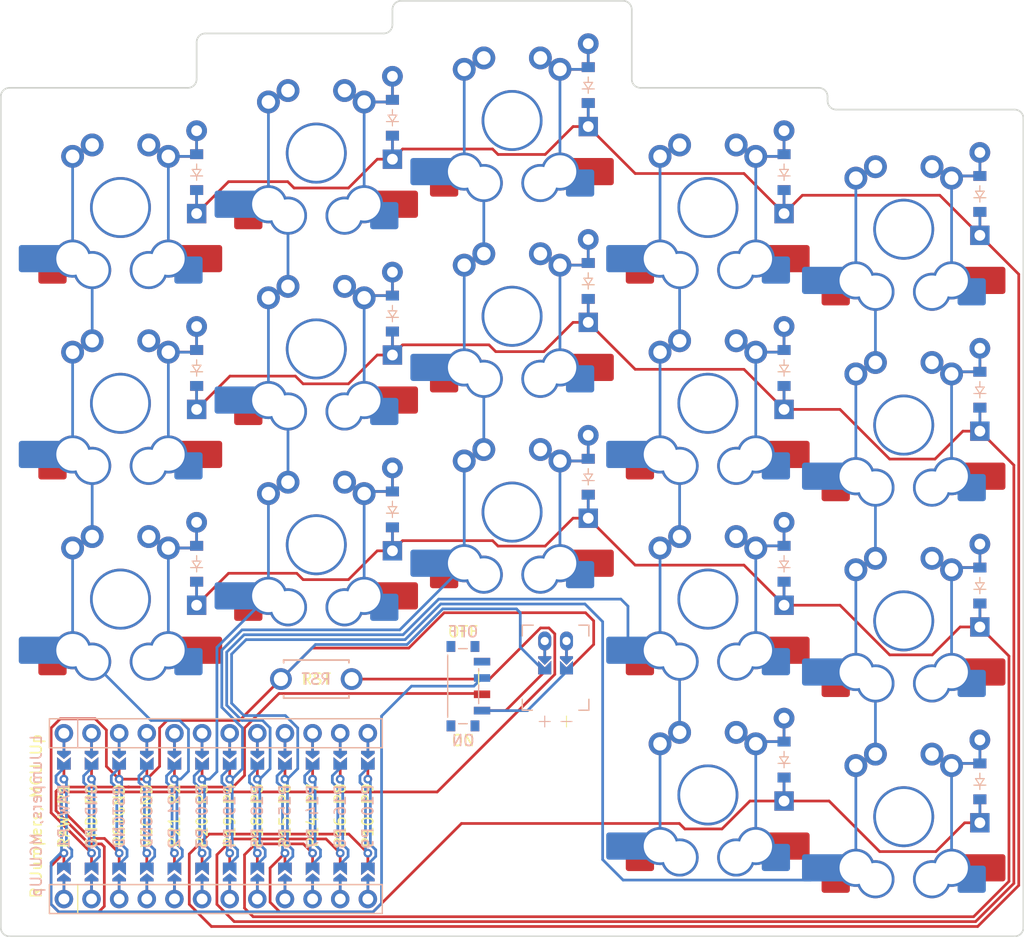
<source format=kicad_pcb>
(kicad_pcb (version 20240108) (generator "pcbnew") (generator_version "8.0")
  (title_block (title "board") (rev "v1.0.0") (company "Unknown"))
  (layers (0 "F.Cu" signal) (31 "B.Cu" signal) (34 "B.Paste" user) (35 "F.Paste" user) (36 "B.SilkS" user "B.Silkscreen") (37 "F.SilkS" user "F.Silkscreen") (38 "B.Mask" user) (39 "F.Mask" user) (44 "Edge.Cuts" user))
  (net 0 "")
  (net 1 "P2")
  (net 2 "pinky_bottom")
  (net 3 "GND")
  (net 4 "pinky_home")
  (net 5 "pinky_top")
  (net 6 "P3")
  (net 7 "ring_bottom")
  (net 8 "ring_home")
  (net 9 "ring_top")
  (net 10 "P4")
  (net 11 "middle_bottom")
  (net 12 "middle_home")
  (net 13 "middle_top")
  (net 14 "P5")
  (net 15 "index_thumb")
  (net 16 "index_bottom")
  (net 17 "index_home")
  (net 18 "index_top")
  (net 19 "P6")
  (net 20 "inner_thumb")
  (net 21 "inner_bottom")
  (net 22 "inner_home")
  (net 23 "inner_top")
  (net 24 "P14")
  (net 25 "P16")
  (net 26 "P10")
  (net 27 "P15")
  (net 28 "RAW")
  (net 29 "RST")
  (net 30 "VCC")
  (net 31 "P21")
  (net 32 "P20")
  (net 33 "P19")
  (net 34 "P18")
  (net 35 "P1")
  (net 36 "P0")
  (net 37 "P7")
  (net 38 "P8")
  (net 39 "P9")
  (net 40 "MCU1_24")
  (net 41 "MCU1_1")
  (net 42 "MCU1_23")
  (net 43 "MCU1_2")
  (net 44 "MCU1_22")
  (net 45 "MCU1_3")
  (net 46 "MCU1_21")
  (net 47 "MCU1_4")
  (net 48 "MCU1_20")
  (net 49 "MCU1_5")
  (net 50 "MCU1_19")
  (net 51 "MCU1_6")
  (net 52 "MCU1_18")
  (net 53 "MCU1_7")
  (net 54 "MCU1_17")
  (net 55 "MCU1_8")
  (net 56 "MCU1_16")
  (net 57 "MCU1_9")
  (net 58 "MCU1_15")
  (net 59 "MCU1_10")
  (net 60 "MCU1_14")
  (net 61 "MCU1_11")
  (net 62 "MCU1_13")
  (net 63 "MCU1_12")
  (net 64 "BAT_P")
  (net 65 "JST1_1")
  (net 66 "JST1_2")
  (footprint "ceoloide:power_switch_smd_side" (layer "F.Cu") (at 206.5 165 180)
    (property "Reference" "PWR1" (hide yes))
    (property "Value" "")
  )
  (footprint "ceoloide:reset_switch_tht_top" (layer "F.Cu") (at 193 164.35)
    (property "Reference" "RST1" (hide yes))
    (property "Value" "")
  )
  (footprint "ceoloide:mcu_nice_nano" (layer "F.Cu") (at 182.5 176.95 90)
    (property "Reference" "MCU1" (hide yes))
    (property "Value" "")
  )
  (footprint "ceoloide:battery_connector_jst_ph_2" (layer "F.Cu") (at 215 160.85)
    (property "Reference" "JST1" (hide yes))
    (property "Value" "")
  )
  (footprint "ceoloide:diode_tht_sod123" (layer "B.Cu") (at 218 127.75 90)
    (property "Reference" "D8" (hide yes))
    (property "Value" "")
  )
  (footprint "ceoloide:diode_tht_sod123" (layer "B.Cu") (at 236 117.75 90)
    (property "Reference" "D13" (hide yes))
    (property "Value" "")
  )
  (footprint "ceoloide:switch_gateron_ks27_ks33" (layer "B.Cu") (at 229 139)
    (property "Reference" "S12" (hide yes))
    (property "Value" "")
  )
  (footprint "ceoloide:switch_gateron_ks27_ks33" (layer "B.Cu") (at 247 177)
    (property "Reference" "S14" (hide yes))
    (property "Value" "")
  )
  (footprint "ceoloide:switch_gateron_ks27_ks33" (layer "B.Cu") (at 247 159)
    (property "Reference" "S15" (hide yes))
    (property "Value" "")
  )
  (footprint "ceoloide:diode_tht_sod123" (layer "B.Cu") (at 254 137.75 90)
    (property "Reference" "D16" (hide yes))
    (property "Value" "")
  )
  (footprint "ceoloide:switch_gateron_ks27_ks33" (layer "B.Cu") (at 211 131)
    (property "Reference" "S8" (hide yes))
    (property "Value" "")
  )
  (footprint "ceoloide:switch_gateron_ks27_ks33" (layer "B.Cu") (at 247 123)
    (property "Reference" "S17" (hide yes))
    (property "Value" "")
  )
  (footprint "ceoloide:diode_tht_sod123" (layer "B.Cu") (at 236 153.75 90)
    (property "Reference" "D11" (hide yes))
    (property "Value" "")
  )
  (footprint "ceoloide:switch_gateron_ks27_ks33" (layer "B.Cu") (at 193 134)
    (property "Reference" "S5" (hide yes))
    (property "Value" "")
  )
  (footprint "ceoloide:switch_gateron_ks27_ks33" (layer "B.Cu") (at 211 113)
    (property "Reference" "S9" (hide yes))
    (property "Value" "")
  )
  (footprint "ceoloide:diode_tht_sod123" (layer "B.Cu") (at 236 135.75 90)
    (property "Reference" "D12" (hide yes))
    (property "Value" "")
  )
  (footprint "ceoloide:diode_tht_sod123" (layer "B.Cu") (at 182 135.75 90)
    (property "Reference" "D2" (hide yes))
    (property "Value" "")
  )
  (footprint "ceoloide:diode_tht_sod123" (layer "B.Cu") (at 218 145.75 90)
    (property "Reference" "D7" (hide yes))
    (property "Value" "")
  )
  (footprint "ceoloide:switch_gateron_ks27_ks33" (layer "B.Cu") (at 175 121)
    (property "Reference" "S3" (hide yes))
    (property "Value" "")
  )
  (footprint "ceoloide:diode_tht_sod123" (layer "B.Cu") (at 254 119.75 90)
    (property "Reference" "D17" (hide yes))
    (property "Value" "")
  )
  (footprint "ceoloide:diode_tht_sod123" (layer "B.Cu") (at 200 148.75 90)
    (property "Reference" "D4" (hide yes))
    (property "Value" "")
  )
  (footprint "ceoloide:diode_tht_sod123" (layer "B.Cu") (at 182 153.75 90)
    (property "Reference" "D1" (hide yes))
    (property "Value" "")
  )
  (footprint "ceoloide:diode_tht_sod123" (layer "B.Cu") (at 218 109.75 90)
    (property "Reference" "D9" (hide yes))
    (property "Value" "")
  )
  (footprint "ceoloide:switch_gateron_ks27_ks33" (layer "B.Cu") (at 175 139)
    (property "Reference" "S2" (hide yes))
    (property "Value" "")
  )
  (footprint "ceoloide:diode_tht_sod123" (layer "B.Cu") (at 182 117.75 90)
    (property "Reference" "D3" (hide yes))
    (property "Value" "")
  )
  (footprint "ceoloide:diode_tht_sod123" (layer "B.Cu") (at 200 112.75 90)
    (property "Reference" "D6" (hide yes))
    (property "Value" "")
  )
  (footprint "ceoloide:switch_gateron_ks27_ks33" (layer "B.Cu") (at 229 121)
    (property "Reference" "S13" (hide yes))
    (property "Value" "")
  )
  (footprint "ceoloide:diode_tht_sod123" (layer "B.Cu") (at 236 171.75 90)
    (property "Reference" "D10" (hide yes))
    (property "Value" "")
  )
  (footprint "ceoloide:switch_gateron_ks27_ks33" (layer "B.Cu") (at 229 175)
    (property "Reference" "S10" (hide yes))
    (property "Value" "")
  )
  (footprint "ceoloide:switch_gateron_ks27_ks33" (layer "B.Cu") (at 229 157)
    (property "Reference" "S11" (hide yes))
    (property "Value" "")
  )
  (footprint "ceoloide:switch_gateron_ks27_ks33" (layer "B.Cu") (at 247 141)
    (property "Reference" "S16" (hide yes))
    (property "Value" "")
  )
  (footprint "ceoloide:switch_gateron_ks27_ks33" (layer "B.Cu") (at 193 152)
    (property "Reference" "S4" (hide yes))
    (property "Value" "")
  )
  (footprint "ceoloide:diode_tht_sod123" (layer "B.Cu") (at 254 173.75 90)
    (property "Reference" "D14" (hide yes))
    (property "Value" "")
  )
  (footprint "ceoloide:switch_gateron_ks27_ks33" (layer "B.Cu") (at 211 149)
    (property "Reference" "S7" (hide yes))
    (property "Value" "")
  )
  (footprint "ceoloide:diode_tht_sod123" (layer "B.Cu") (at 254 155.75 90)
    (property "Reference" "D15" (hide yes))
    (property "Value" "")
  )
  (footprint "ceoloide:switch_gateron_ks27_ks33" (layer "B.Cu") (at 193 116)
    (property "Reference" "S6" (hide yes))
    (property "Value" "")
  )
  (footprint "ceoloide:diode_tht_sod123" (layer "B.Cu") (at 200 130.75 90)
    (property "Reference" "D5" (hide yes))
    (property "Value" "")
  )
  (footprint "ceoloide:switch_gateron_ks27_ks33" (layer "B.Cu") (at 175 157)
    (property "Reference" "S1" (hide yes))
    (property "Value" "")
  )
  (gr_line (start 181.2 110) (end 164.8 110) (stroke (width 0.15)) (layer "Edge.Cuts"))
  (gr_arc (start 182 109.2) (mid 181.765685 109.765685) (end 181.2 110) (stroke (width 0.15)) (layer "Edge.Cuts"))
  (gr_arc (start 222.8 110) (mid 222.234315 109.765685) (end 222 109.2) (stroke (width 0.15)) (layer "Edge.Cuts"))
  (gr_arc (start 164 110.8) (mid 164.234315 110.234315) (end 164.8 110) (stroke (width 0.15)) (layer "Edge.Cuts"))
  (gr_line (start 222 109.2) (end 222 102.8) (stroke (width 0.15)) (layer "Edge.Cuts"))
  (gr_arc (start 164.8 188) (mid 164.234315 187.765685) (end 164 187.2) (stroke (width 0.15)) (layer "Edge.Cuts"))
  (gr_line (start 164 187.2) (end 164 110.8) (stroke (width 0.15)) (layer "Edge.Cuts"))
  (gr_arc (start 182 105.8) (mid 182.234315 105.234315) (end 182.8 105) (stroke (width 0.15)) (layer "Edge.Cuts"))
  (gr_line (start 200 102.8) (end 200 104.2) (stroke (width 0.15)) (layer "Edge.Cuts"))
  (gr_line (start 221.2 102) (end 200.8 102) (stroke (width 0.15)) (layer "Edge.Cuts"))
  (gr_arc (start 240.8 112) (mid 240.234315 111.765685) (end 240 111.2) (stroke (width 0.15)) (layer "Edge.Cuts"))
  (gr_line (start 199.2 105) (end 182.8 105) (stroke (width 0.15)) (layer "Edge.Cuts"))
  (gr_line (start 239.2 110) (end 222.8 110) (stroke (width 0.15)) (layer "Edge.Cuts"))
  (gr_line (start 240 111.2) (end 240 110.8) (stroke (width 0.15)) (layer "Edge.Cuts"))
  (gr_arc (start 221.2 102) (mid 221.765685 102.234315) (end 222 102.8) (stroke (width 0.15)) (layer "Edge.Cuts"))
  (gr_arc (start 258 187.2) (mid 257.765685 187.765685) (end 257.2 188) (stroke (width 0.15)) (layer "Edge.Cuts"))
  (gr_arc (start 200 102.8) (mid 200.234315 102.234315) (end 200.8 102) (stroke (width 0.15)) (layer "Edge.Cuts"))
  (gr_arc (start 257.2 112) (mid 257.765685 112.234315) (end 258 112.8) (stroke (width 0.15)) (layer "Edge.Cuts"))
  (gr_arc (start 239.2 110) (mid 239.765685 110.234315) (end 240 110.8) (stroke (width 0.15)) (layer "Edge.Cuts"))
  (gr_line (start 164.8 188) (end 257.2 188) (stroke (width 0.15)) (layer "Edge.Cuts"))
  (gr_line (start 258 187.2) (end 258 112.8) (stroke (width 0.15)) (layer "Edge.Cuts"))
  (gr_arc (start 200 104.2) (mid 199.765685 104.765685) (end 199.2 105) (stroke (width 0.15)) (layer "Edge.Cuts"))
  (gr_line (start 182 105.8) (end 182 109.2) (stroke (width 0.15)) (layer "Edge.Cuts"))
  (gr_line (start 257.2 112) (end 240.8 112) (stroke (width 0.15)) (layer "Edge.Cuts"))
  (segment (start 179.96 172.175) (end 179.96 173.55) (width 0.25) (layer "F.Cu") (net 1))
  (segment (start 172.4 144.75) (end 172.4 151.25) (width 0.25) (layer "B.Cu") (net 1))
  (segment (start 170.6 134.3) (end 170.6 143.7) (width 0.25) (layer "B.Cu") (net 1))
  (segment (start 172.4 162.75) (end 177.805 168.155) (width 0.25) (layer "B.Cu") (net 1))
  (segment (start 181.25 168.958299) (end 181.25 172.825685) (width 0.25) (layer "B.Cu") (net 1))
  (segment (start 170.6 152.3) (end 170.6 161.7) (width 0.25) (layer "B.Cu") (net 1))
  (segment (start 180.19 179.554695) (end 180.19 173.78) (width 0.25) (layer "B.Cu") (net 1))
  (segment (start 181.25 172.825685) (end 180.525685 173.55) (width 0.25) (layer "B.Cu") (net 1))
  (segment (start 180.685 180.650305) (end 180.685 180.049695) (width 0.25) (layer "B.Cu") (net 1))
  (segment (start 180.525685 173.55) (end 179.96 173.55) (width 0.25) (layer "B.Cu") (net 1))
  (segment (start 170.6 116.3) (end 170.6 125.7) (width 0.25) (layer "B.Cu") (net 1))
  (segment (start 172.4 126.75) (end 172.4 133.25) (width 0.25) (layer "B.Cu") (net 1))
  (segment (start 180.446701 168.155) (end 181.25 168.958299) (width 0.25) (layer "B.Cu") (net 1))
  (segment (start 180.685 180.049695) (end 180.19 179.554695) (width 0.25) (layer "B.Cu") (net 1))
  (segment (start 179.96 181.725) (end 179.96 181.375305) (width 0.25) (layer "B.Cu") (net 1))
  (segment (start 179.96 181.375305) (end 180.685 180.650305) (width 0.25) (layer "B.Cu") (net 1))
  (segment (start 177.805 168.155) (end 180.446701 168.155) (width 0.25) (layer "B.Cu") (net 1))
  (segment (start 179.4 152.3) (end 181.8 152.3) (width 0.25) (layer "F.Cu") (net 2))
  (segment (start 182 152.1) (end 182 149.94) (width 0.25) (layer "F.Cu") (net 2))
  (segment (start 181.8 152.3) (end 182 152.1) (width 0.25) (layer "F.Cu") (net 2))
  (segment (start 182 149.94) (end 182 152.1) (width 0.25) (layer "B.Cu") (net 2))
  (segment (start 181.8 152.3) (end 182 152.1) (width 0.25) (layer "B.Cu") (net 2))
  (segment (start 179.4 152.3) (end 179.4 161.7) (width 0.25) (layer "B.Cu") (net 2))
  (segment (start 179.4 152.3) (end 181.8 152.3) (width 0.25) (layer "B.Cu") (net 2))
  (segment (start 168.625 176.635) (end 172.34 180.35) (width 0.25) (layer "F.Cu") (net 3))
  (segment (start 177.42 172.175) (end 177.42 173.55) (width 0.25) (layer "F.Cu") (net 3))
  (segment (start 174.88 172.175) (end 174.88 173.55) (width 0.25) (layer "F.Cu") (net 3))
  (segment (start 179.283299 168.155) (end 178.595 168.843299) (width 0.25) (layer "F.Cu") (net 3))
  (segment (start 178.595 172.375) (end 177.42 173.55) (width 0.25) (layer "F.Cu") (net 3))
  (segment (start 169.468299 168) (end 168.625 168.843299) (width 0.25) (layer "F.Cu") (net 3))
  (segment (start 189.75 164.35) (end 185.945 168.155) (width 0.25) (layer "F.Cu") (net 3))
  (segment (start 177.42 173.55) (end 174.88 173.55) (width 0.25) (layer "F.Cu") (net 3))
  (segment (start 185.945 168.155) (end 179.283299 168.155) (width 0.25) (layer "F.Cu") (net 3))
  (segment (start 173.705 172.375) (end 173.705 169.033299) (width 0.25) (layer "F.Cu") (net 3))
  (segment (start 168.625 168.843299) (end 168.625 176.635) (width 0.25) (layer "F.Cu") (net 3))
  (segment (start 204.75 158.25) (end 201.5 161.5) (width 0.25) (layer "F.Cu") (net 3))
  (segment (start 172.671701 168) (end 169.468299 168) (width 0.25) (layer "F.Cu") (net 3))
  (segment (start 178.595 168.843299) (end 178.595 172.375) (width 0.25) (layer "F.Cu") (net 3))
  (segment (start 218.5 161.166) (end 218.5 159) (width 0.25) (layer "F.Cu") (net 3))
  (segment (start 172.34 181.725) (end 172.34 180.35) (width 0.25) (layer "F.Cu") (net 3))
  (segment (start 192.6 161.5) (end 189.75 164.35) (width 0.25) (layer "F.Cu") (net 3))
  (segment (start 217.75 158.25) (end 204.75 158.25) (width 0.25) (layer "F.Cu") (net 3))
  (segment (start 201.5 161.5) (end 192.6 161.5) (width 0.25) (layer "F.Cu") (net 3))
  (segment (start 174.88 173.55) (end 173.705 172.375) (width 0.25) (layer "F.Cu") (net 3))
  (segment (start 216 163.666) (end 218.5 161.166) (width 0.25) (layer "F.Cu") (net 3))
  (segment (start 173.705 169.033299) (end 172.671701 168) (width 0.25) (layer "F.Cu") (net 3))
  (segment (start 218.5 159) (end 217.75 158.25) (width 0.25) (layer "F.Cu") (net 3))
  (segment (start 172.34 172.524695) (end 171.615 173.249695) (width 0.25) (layer "B.Cu") (net 3))
  (segment (start 201.347792 161.175) (end 192.925 161.175) (width 0.25) (layer "B.Cu") (net 3))
  (segment (start 175.605 180.049695) (end 175.11 179.554695) (width 0.25) (layer "B.Cu") (net 3))
  (segment (start 214 163.666) (end 211.75 161.416) (width 0.25) (layer "B.Cu") (net 3))
  (segment (start 204.622792 157.9) (end 201.347792 161.175) (width 0.25) (layer "B.Cu") (net 3))
  (segment (start 211.75 161.416) (end 211.75 158.25) (width 0.25) (layer "B.Cu") (net 3))
  (segment (start 211.4 157.9) (end 204.622792 157.9) (width 0.25) (layer "B.Cu") (net 3))
  (segment (start 175.11 179.554695) (end 175.11 173.78) (width 0.25) (layer "B.Cu") (net 3))
  (segment (start 211.75 158.25) (end 211.4 157.9) (width 0.25) (layer "B.Cu") (net 3))
  (segment (start 177.42 181.725) (end 177.42 181.375305) (width 0.25) (layer "B.Cu") (net 3))
  (segment (start 171.615 173.850305) (end 172.12 174.355305) (width 0.25) (layer "B.Cu") (net 3))
  (segment (start 172.12 174.355305) (end 172.12 180.13) (width 0.25) (layer "B.Cu") (net 3))
  (segment (start 177.42 181.375305) (end 178.145 180.650305) (width 0.25) (layer "B.Cu") (net 3))
  (segment (start 172.34 172.175) (end 172.34 172.524695) (width 0.25) (layer "B.Cu") (net 3))
  (segment (start 175.605 180.650305) (end 175.605 180.049695) (width 0.25) (layer "B.Cu") (net 3))
  (segment (start 178.145 180.650305) (end 178.145 180.049695) (width 0.25) (layer "B.Cu") (net 3))
  (segment (start 178.145 180.049695) (end 177.65 179.554695) (width 0.25) (layer "B.Cu") (net 3))
  (segment (start 192.925 161.175) (end 189.75 164.35) (width 0.25) (layer "B.Cu") (net 3))
  (segment (start 171.615 173.249695) (end 171.615 173.850305) (width 0.25) (layer "B.Cu") (net 3))
  (segment (start 174.88 181.375305) (end 175.605 180.650305) (width 0.25) (layer "B.Cu") (net 3))
  (segment (start 177.65 179.554695) (end 177.65 173.78) (width 0.25) (layer "B.Cu") (net 3))
  (segment (start 174.88 181.725) (end 174.88 181.375305) (width 0.25) (layer "B.Cu") (net 3))
  (segment (start 181.8 134.3) (end 182 134.1) (width 0.25) (layer "F.Cu") (net 4))
  (segment (start 182 131.94) (end 182 134.1) (width 0.25) (layer "F.Cu") (net 4))
  (segment (start 179.4 134.3) (end 181.8 134.3) (width 0.25) (layer "F.Cu") (net 4))
  (segment (start 182 131.94) (end 182 134.1) (width 0.25) (layer "B.Cu") (net 4))
  (segment (start 179.4 134.3) (end 181.8 134.3) (width 0.25) (layer "B.Cu") (net 4))
  (segment (start 179.4 134.3) (end 179.4 143.7) (width 0.25) (layer "B.Cu") (net 4))
  (segment (start 181.8 134.3) (end 182 134.1) (width 0.25) (layer "B.Cu") (net 4))
  (segment (start 181.8 116.3) (end 182 116.1) (width 0.25) (layer "F.Cu") (net 5))
  (segment (start 182 113.94) (end 182 116.1) (width 0.25) (layer "F.Cu") (net 5))
  (segment (start 179.4 116.3) (end 181.8 116.3) (width 0.25) (layer "F.Cu") (net 5))
  (segment (start 182 113.94) (end 182 116.1) (width 0.25) (layer "B.Cu") (net 5))
  (segment (start 181.8 116.3) (end 182 116.1) (width 0.25) (layer "B.Cu") (net 5))
  (segment (start 179.4 116.3) (end 179.4 125.7) (width 0.25) (layer "B.Cu") (net 5))
  (segment (start 179.4 116.3) (end 181.8 116.3) (width 0.25) (layer "B.Cu") (net 5))
  (segment (start 182.5 172.175) (end 182.5 173.55) (width 0.25) (layer "F.Cu") (net 6))
  (segment (start 183.865 172.865) (end 183.18 173.55) (width 0.25) (layer "B.Cu") (net 6))
  (segment (start 188.6 147.3) (end 188.6 156.7) (width 0.25) (layer "B.Cu") (net 6))
  (segment (start 183.865 161.435) (end 183.865 172.865) (width 0.25) (layer "B.Cu") (net 6))
  (segment (start 190.4 139.75) (end 190.4 146.25) (width 0.25) (layer "B.Cu") (net 6))
  (segment (start 188.6 129.3) (end 188.6 138.7) (width 0.25) (layer "B.Cu") (net 6))
  (segment (start 182.5 181.725) (end 182.5 181.375305) (width 0.25) (layer "B.Cu") (net 6))
  (segment (start 183.225 180.650305) (end 183.225 180.049695) (width 0.25) (layer "B.Cu") (net 6))
  (segment (start 182.73 179.554695) (end 182.73 173.78) (width 0.25) (layer "B.Cu") (net 6))
  (segment (start 182.5 181.375305) (end 183.225 180.650305) (width 0.25) (layer "B.Cu") (net 6))
  (segment (start 190.4 121.75) (end 190.4 128.25) (width 0.25) (layer "B.Cu") (net 6))
  (segment (start 183.225 180.049695) (end 182.73 179.554695) (width 0.25) (layer "B.Cu") (net 6))
  (segment (start 183.18 173.55) (end 182.5 173.55) (width 0.25) (layer "B.Cu") (net 6))
  (segment (start 188.6 156.7) (end 183.865 161.435) (width 0.25) (layer "B.Cu") (net 6))
  (segment (start 188.6 111.3) (end 188.6 120.7) (width 0.25) (layer "B.Cu") (net 6))
  (segment (start 200 147.1) (end 197.6 147.1) (width 0.25) (layer "F.Cu") (net 7))
  (segment (start 197.6 147.1) (end 197.4 147.3) (width 0.25) (layer "F.Cu") (net 7))
  (segment (start 200 144.94) (end 200 147.1) (width 0.25) (layer "F.Cu") (net 7))
  (segment (start 200 147.1) (end 200 144.94) (width 0.25) (layer "B.Cu") (net 7))
  (segment (start 197.4 147.3) (end 197.4 156.7) (width 0.25) (layer "B.Cu") (net 7))
  (segment (start 197.6 147.1) (end 197.4 147.3) (width 0.25) (layer "B.Cu") (net 7))
  (segment (start 200 147.1) (end 197.6 147.1) (width 0.25) (layer "B.Cu") (net 7))
  (segment (start 197.6 129.1) (end 197.4 129.3) (width 0.25) (layer "F.Cu") (net 8))
  (segment (start 200 126.94) (end 200 129.1) (width 0.25) (layer "F.Cu") (net 8))
  (segment (start 200 129.1) (end 197.6 129.1) (width 0.25) (layer "F.Cu") (net 8))
  (segment (start 197.4 129.3) (end 197.3 129.3) (width 0.25) (layer "B.Cu") (net 8))
  (segment (start 197.25 129.25) (end 197.4 129.1) (width 0.25) (layer "B.Cu") (net 8))
  (segment (start 200 129.1) (end 200 126.94) (width 0.25) (layer "B.Cu") (net 8))
  (segment (start 197.4 129.1) (end 200 129.1) (width 0.25) (layer "B.Cu") (net 8))
  (segment (start 197.4 129.3) (end 197.4 138.7) (width 0.25) (layer "B.Cu") (net 8))
  (segment (start 197.3 129.3) (end 197.25 129.25) (width 0.25) (layer "B.Cu") (net 8))
  (segment (start 200 108.94) (end 200 111.1) (width 0.25) (layer "F.Cu") (net 9))
  (segment (start 197.4 111.3) (end 199.8 111.3) (width 0.25) (layer "F.Cu") (net 9))
  (segment (start 199.8 111.3) (end 200 111.1) (width 0.25) (layer "F.Cu") (net 9))
  (segment (start 197.4 111.3) (end 199.8 111.3) (width 0.25) (layer "B.Cu") (net 9))
  (segment (start 200 108.94) (end 200 111.1) (width 0.25) (layer "B.Cu") (net 9))
  (segment (start 197.4 111.3) (end 197.4 120.7) (width 0.25) (layer "B.Cu") (net 9))
  (segment (start 199.8 111.3) (end 200 111.1) (width 0.25) (layer "B.Cu") (net 9))
  (segment (start 185.04 172.175) (end 185.04 173.55) (width 0.25) (layer "F.Cu") (net 10))
  (segment (start 185.765 180.650305) (end 185.765 180.049695) (width 0.25) (layer "B.Cu") (net 10))
  (segment (start 200.675 159.825) (end 186.175 159.825) (width 0.25) (layer "B.Cu") (net 10))
  (segment (start 186.215 172.591692) (end 185.256692 173.55) (width 0.25) (layer "B.Cu") (net 10))
  (segment (start 206.6 108.3) (end 206.6 117.7) (width 0.25) (layer "B.Cu") (net 10))
  (segment (start 186.215 168.843299) (end 186.215 172.591692) (width 0.25) (layer "B.Cu") (net 10))
  (segment (start 208.4 118.75) (end 208.4 125.25) (width 0.25) (layer "B.Cu") (net 10))
  (segment (start 205.75 154.75) (end 200.675 159.825) (width 0.25) (layer "B.Cu") (net 10))
  (segment (start 208.4 136.75) (end 208.4 143.25) (width 0.25) (layer "B.Cu") (net 10))
  (segment (start 206.6 144.3) (end 206.6 153.7) (width 0.25) (layer "B.Cu") (net 10))
  (segment (start 184.315 161.685) (end 184.315 166.943299) (width 0.25) (layer "B.Cu") (net 10))
  (segment (start 185.04 181.725) (end 185.04 181.375305) (width 0.25) (layer "B.Cu") (net 10))
  (segment (start 185.04 181.375305) (end 185.765 180.650305) (width 0.25) (layer "B.Cu") (net 10))
  (segment (start 185.27 179.554695) (end 185.27 173.78) (width 0.25) (layer "B.Cu") (net 10))
  (segment (start 185.765 180.049695) (end 185.27 179.554695) (width 0.25) (layer "B.Cu") (net 10))
  (segment (start 185.256692 173.55) (end 185.04 173.55) (width 0.25) (layer "B.Cu") (net 10))
  (segment (start 184.315 166.943299) (end 186.215 168.843299) (width 0.25) (layer "B.Cu") (net 10))
  (segment (start 206.6 126.3) (end 206.6 135.7) (width 0.25) (layer "B.Cu") (net 10))
  (segment (start 186.175 159.825) (end 184.315 161.685) (width 0.25) (layer "B.Cu") (net 10))
  (segment (start 208.4 154.75) (end 205.75 154.75) (width 0.25) (layer "B.Cu") (net 10))
  (segment (start 218 144.1) (end 218 141.94) (width 0.25) (layer "F.Cu") (net 11))
  (segment (start 217.8 144.3) (end 218 144.1) (width 0.25) (layer "F.Cu") (net 11))
  (segment (start 215.4 144.3) (end 217.8 144.3) (width 0.25) (layer "F.Cu") (net 11))
  (segment (start 215.4 144.3) (end 215.4 153.7) (width 0.25) (layer "B.Cu") (net 11))
  (segment (start 215.4 144.3) (end 217.8 144.3) (width 0.25) (layer "B.Cu") (net 11))
  (segment (start 218 144.1) (end 218 141.94) (width 0.25) (layer "B.Cu") (net 11))
  (segment (start 217.8 144.3) (end 218 144.1) (width 0.25) (layer "B.Cu") (net 11))
  (segment (start 217.25 154.75) (end 217.25 155.25) (width 0.25) (layer "B.Cu") (net 11))
  (segment (start 217.8 126.3) (end 218 126.1) (width 0.25) (layer "F.Cu") (net 12))
  (segment (start 218 123.94) (end 218 126.1) (width 0.25) (layer "F.Cu") (net 12))
  (segment (start 215.4 126.3) (end 217.8 126.3) (width 0.25) (layer "F.Cu") (net 12))
  (segment (start 217.8 126.3) (end 218 126.1) (width 0.25) (layer "B.Cu") (net 12))
  (segment (start 215.4 126.3) (end 215.4 135.7) (width 0.25) (layer "B.Cu") (net 12))
  (segment (start 218 123.94) (end 218 126.1) (width 0.25) (layer "B.Cu") (net 12))
  (segment (start 215.4 126.3) (end 217.8 126.3) (width 0.25) (layer "B.Cu") (net 12))
  (segment (start 218 108.1) (end 218 105.94) (width 0.25) (layer "F.Cu") (net 13))
  (segment (start 215.4 108.3) (end 217.8 108.3) (width 0.25) (layer "F.Cu") (net 13))
  (segment (start 217.8 108.3) (end 218 108.1) (width 0.25) (layer "F.Cu") (net 13))
  (segment (start 218 108.1) (end 218 105.94) (width 0.25) (layer "B.Cu") (net 13))
  (segment (start 215.4 108.3) (end 217.8 108.3) (width 0.25) (layer "B.Cu") (net 13))
  (segment (start 215.4 108.3) (end 215.4 117.7) (width 0.25) (layer "B.Cu") (net 13))
  (segment (start 217.8 108.3) (end 218 108.1) (width 0.25) (layer "B.Cu") (net 13))
  (segment (start 187.58 172.175) (end 187.58 173.55) (width 0.25) (layer "F.Cu") (net 14))
  (segment (start 204.25 157) (end 200.975 160.275) (width 0.25) (layer "B.Cu") (net 14))
  (segment (start 224.6 170.3) (end 224.6 179.7) (width 0.25) (layer "B.Cu") (net 14))
  (segment (start 226.4 144.75) (end 226.4 151.25) (width 0.25) (layer "B.Cu") (net 14))
  (segment (start 221 157) (end 204.25 157) (width 0.25) (layer "B.Cu") (net 14))
  (segment (start 224.6 134.3) (end 224.6 143.7) (width 0.25) (layer "B.Cu") (net 14))
  (segment (start 226.4 126.75) (end 226.4 133.25) (width 0.25) (layer "B.Cu") (net 14))
  (segment (start 184.765 161.871396) (end 184.765 166.756903) (width 0.25) (layer "B.Cu") (net 14))
  (segment (start 188.755 168.843299) (end 188.755 172.591692) (width 0.25) (layer "B.Cu") (net 14))
  (segment (start 221.65 157.65) (end 221 157) (width 0.25) (layer "B.Cu") (net 14))
  (segment (start 187.58 181.725) (end 187.58 181.375305) (width 0.25) (layer "B.Cu") (net 14))
  (segment (start 187.796692 173.55) (end 187.58 173.55) (width 0.25) (layer "B.Cu") (net 14))
  (segment (start 187.58 181.375305) (end 188.305 180.650305) (width 0.25) (layer "B.Cu") (net 14))
  (segment (start 200.975 160.275) (end 186.361396 160.275) (width 0.25) (layer "B.Cu") (net 14))
  (segment (start 221.65 161.7) (end 221.65 157.65) (width 0.25) (layer "B.Cu") (net 14))
  (segment (start 224.6 152.3) (end 224.6 161.7) (width 0.25) (layer "B.Cu") (net 14))
  (segment (start 186.163097 168.155) (end 188.066701 168.155) (width 0.25) (layer "B.Cu") (net 14))
  (segment (start 188.305 180.650305) (end 188.305 180.049695) (width 0.25) (layer "B.Cu") (net 14))
  (segment (start 226.4 162.75) (end 226.4 169.25) (width 0.25) (layer "B.Cu") (net 14))
  (segment (start 184.765 166.756903) (end 186.163097 168.155) (width 0.25) (layer "B.Cu") (net 14))
  (segment (start 188.066701 168.155) (end 188.755 168.843299) (width 0.25) (layer "B.Cu") (net 14))
  (segment (start 186.361396 160.275) (end 184.765 161.871396) (width 0.25) (layer "B.Cu") (net 14))
  (segment (start 224.6 116.3) (end 224.6 125.7) (width 0.25) (layer "B.Cu") (net 14))
  (segment (start 188.755 172.591692) (end 187.796692 173.55) (width 0.25) (layer "B.Cu") (net 14))
  (segment (start 187.81 179.554695) (end 187.81 173.78) (width 0.25) (layer "B.Cu") (net 14))
  (segment (start 188.305 180.049695) (end 187.81 179.554695) (width 0.25) (layer "B.Cu") (net 14))
  (segment (start 233.6 170.1) (end 233.4 170.3) (width 0.25) (layer "F.Cu") (net 15))
  (segment (start 236 170.1) (end 233.6 170.1) (width 0.25) (layer "F.Cu") (net 15))
  (segment (start 236 167.94) (end 236 170.1) (width 0.25) (layer "F.Cu") (net 15))
  (segment (start 233.4 170.3) (end 233.7 170.3) (width 0.25) (layer "B.Cu") (net 15))
  (segment (start 233.4 170.3) (end 233.4 179.7) (width 0.25) (layer "B.Cu") (net 15))
  (segment (start 236 170.1) (end 236 167.94) (width 0.25) (layer "B.Cu") (net 15))
  (segment (start 233.9 170.1) (end 236 170.1) (width 0.25) (layer "B.Cu") (net 15))
  (segment (start 233.7 170.3) (end 233.9 170.1) (width 0.25) (layer "B.Cu") (net 15))
  (segment (start 233.6 152.1) (end 233.4 152.3) (width 0.25) (layer "F.Cu") (net 16))
  (segment (start 236 152.1) (end 236 149.94) (width 0.25) (layer "F.Cu") (net 16))
  (segment (start 236 152.1) (end 233.6 152.1) (width 0.25) (layer "F.Cu") (net 16))
  (segment (start 233.4 160.95) (end 231.6 162.75) (width 0.25) (layer "B.Cu") (net 16))
  (segment (start 236 152.1) (end 233.6 152.1) (width 0.25) (layer "B.Cu") (net 16))
  (segment (start 236 149.94) (end 236 152.1) (width 0.25) (layer "B.Cu") (net 16))
  (segment (start 233.6 152.1) (end 233.4 152.3) (width 0.25) (layer "B.Cu") (net 16))
  (segment (start 233.4 152.3) (end 233.4 160.95) (width 0.25) (layer "B.Cu") (net 16))
  (segment (start 233.4 134.3) (end 235.8 134.3) (width 0.25) (layer "F.Cu") (net 17))
  (segment (start 236 131.94) (end 236 134.1) (width 0.25) (layer "F.Cu") (net 17))
  (segment (start 235.8 134.3) (end 236 134.1) (width 0.25) (layer "F.Cu") (net 17))
  (segment (start 233.4 134.3) (end 233.4 143.7) (width 0.25) (layer "B.Cu") (net 17))
  (segment (start 235.8 134.3) (end 236 134.1) (width 0.25) (layer "B.Cu") (net 17))
  (segment (start 236 131.94) (end 236 134.1) (width 0.25) (layer "B.Cu") (net 17))
  (segment (start 233.4 134.3) (end 235.8 134.3) (width 0.25) (layer "B.Cu") (net 17))
  (segment (start 233.4 116.3) (end 235.8 116.3) (width 0.25) (layer "F.Cu") (net 18))
  (segment (start 235.8 116.3) (end 236 116.1) (width 0.25) (layer "F.Cu") (net 18))
  (segment (start 236 113.94) (end 236 116.1) (width 0.25) (layer "F.Cu") (net 18))
  (segment (start 233.4 116.3) (end 235.8 116.3) (width 0.25) (layer "B.Cu") (net 18))
  (segment (start 233.4 116.3) (end 233.4 125.7) (width 0.25) (layer "B.Cu") (net 18))
  (segment (start 235.8 116.3) (end 236 116.1) (width 0.25) (layer "B.Cu") (net 18))
  (segment (start 236 113.94) (end 236 116.1) (width 0.25) (layer "B.Cu") (net 18))
  (segment (start 190.12 172.175) (end 190.12 173.55) (width 0.25) (layer "F.Cu") (net 19))
  (segment (start 239.65 181.7) (end 239.55 181.7) (width 0.25) (layer "B.Cu") (net 19))
  (segment (start 239.55 181.7) (end 238.425 182.825) (width 0.25) (layer "B.Cu") (net 19))
  (segment (start 190.845 180.650305) (end 190.845 180.049695) (width 0.25) (layer "B.Cu") (net 19))
  (segment (start 190.12 181.725) (end 190.12 181.375305) (width 0.25) (layer "B.Cu") (net 19))
  (segment (start 186.349493 167.705) (end 190.156701 167.705) (width 0.25) (layer "B.Cu") (net 19))
  (segment (start 244.4 164.75) (end 244.4 171.25) (width 0.25) (layer "B.Cu") (net 19))
  (segment (start 244.4 128.75) (end 244.4 135.25) (width 0.25) (layer "B.Cu") (net 19))
  (segment (start 185.215 162.057792) (end 185.215 166.570507) (width 0.25) (layer "B.Cu") (net 19))
  (segment (start 191.295 168.843299) (end 191.295 172.591692) (width 0.25) (layer "B.Cu") (net 19))
  (segment (start 190.156701 167.705) (end 191.295 168.843299) (width 0.25) (layer "B.Cu") (net 19))
  (segment (start 219.325 180.9451) (end 219.325 159.075) (width 0.25) (layer "B.Cu") (net 19))
  (segment (start 190.336692 173.55) (end 190.12 173.55) (width 0.25) (layer "B.Cu") (net 19))
  (segment (start 191.295 172.591692) (end 190.336692 173.55) (width 0.25) (layer "B.Cu") (net 19))
  (segment (start 244.4 146.75) (end 244.4 153.25) (width 0.25) (layer "B.Cu") (net 19))
  (segment (start 221.2049 182.825) (end 219.325 180.9451) (width 0.25) (layer "B.Cu") (net 19))
  (segment (start 219.325 159.075) (end 217.7 157.45) (width 0.25) (layer "B.Cu") (net 19))
  (segment (start 190.35 179.554695) (end 190.35 173.78) (width 0.25) (layer "B.Cu") (net 19))
  (segment (start 190.845 180.049695) (end 190.35 179.554695) (width 0.25) (layer "B.Cu") (net 19))
  (segment (start 217.7 157.45) (end 204.436396 157.45) (width 0.25) (layer "B.Cu") (net 19))
  (segment (start 242.6 154.3) (end 242.6 163.7) (width 0.25) (layer "B.Cu") (net 19))
  (segment (start 201.161396 160.725) (end 186.547792 160.725) (width 0.25) (layer "B.Cu") (net 19))
  (segment (start 242.6 172.3) (end 242.6 181.7) (width 0.25) (layer "B.Cu") (net 19))
  (segment (start 238.425 182.825) (end 221.2049 182.825) (width 0.25) (layer "B.Cu") (net 19))
  (segment (start 204.436396 157.45) (end 201.161396 160.725) (width 0.25) (layer "B.Cu") (net 19))
  (segment (start 190.12 181.375305) (end 190.845 180.650305) (width 0.25) (layer "B.Cu") (net 19))
  (segment (start 242.6 136.3) (end 242.6 145.7) (width 0.25) (layer "B.Cu") (net 19))
  (segment (start 185.215 166.570507) (end 186.349493 167.705) (width 0.25) (layer "B.Cu") (net 19))
  (segment (start 186.547792 160.725) (end 185.215 162.057792) (width 0.25) (layer "B.Cu") (net 19))
  (segment (start 242.6 118.3) (end 242.6 127.7) (width 0.25) (layer "B.Cu") (net 19))
  (segment (start 254 172.1) (end 254 169.94) (width 0.25) (layer "F.Cu") (net 20))
  (segment (start 254 172.1) (end 251.6 172.1) (width 0.25) (layer "F.Cu") (net 20))
  (segment (start 251.6 172.1) (end 251.4 172.3) (width 0.25) (layer "F.Cu") (net 20))
  (segment (start 251.4 172.3) (end 251.4 181.7) (width 0.25) (layer "B.Cu") (net 20))
  (segment (start 254 172.1) (end 251.6 172.1) (width 0.25) (layer "B.Cu") (net 20))
  (segment (start 251.6 172.1) (end 251.4 172.3) (width 0.25) (layer "B.Cu") (net 20))
  (segment (start 254 172.1) (end 254 169.94) (width 0.25) (layer "B.Cu") (net 20))
  (segment (start 251.6 154.1) (end 251.4 154.3) (width 0.25) (layer "F.Cu") (net 21))
  (segment (start 254 154.1) (end 254 151.94) (width 0.25) (layer "F.Cu") (net 21))
  (segment (start 254 154.1) (end 251.6 154.1) (width 0.25) (layer "F.Cu") (net 21))
  (segment (start 251.6 154.1) (end 251.4 154.3) (width 0.25) (layer "B.Cu") (net 21))
  (segment (start 254 154.1) (end 251.6 154.1) (width 0.25) (layer "B.Cu") (net 21))
  (segment (start 251.4 154.3) (end 251.4 163.7) (width 0.25) (layer "B.Cu") (net 21))
  (segment (start 254 154.1) (end 254 151.94) (width 0.25) (layer "B.Cu") (net 21))
  (segment (start 251.6 136.1) (end 251.4 136.3) (width 0.25) (layer "F.Cu") (net 22))
  (segment (start 254 136.1) (end 251.6 136.1) (width 0.25) (layer "F.Cu") (net 22))
  (segment (start 254 136.1) (end 254 133.94) (width 0.25) (layer "F.Cu") (net 22))
  (segment (start 254 136.1) (end 251.6 136.1) (width 0.25) (layer "B.Cu") (net 22))
  (segment (start 251.6 136.1) (end 251.4 136.3) (width 0.25) (layer "B.Cu") (net 22))
  (segment (start 251.4 136.3) (end 251.4 145.7) (width 0.25) (layer "B.Cu") (net 22))
  (segment (start 254 133.94) (end 254 136.1) (width 0.25) (layer "B.Cu") (net 22))
  (segment (start 254 118.1) (end 251.6 118.1) (width 0.25) (layer "F.Cu") (net 23))
  (segment (start 254 118.1) (end 254 115.94) (width 0.25) (layer "F.Cu") (net 23))
  (segment (start 251.6 118.1) (end 251.4 118.3) (width 0.25) (layer "F.Cu") (net 23))
  (segment (start 254 118.1) (end 251.6 118.1) (width 0.25) (layer "B.Cu") (net 23))
  (segment (start 254 118.1) (end 254 115.94) (width 0.25) (layer "B.Cu") (net 23))
  (segment (start 251.4 118.3) (end 251.4 127.7) (width 0.25) (layer "B.Cu") (net 23))
  (segment (start 251.6 118.1) (end 251.4 118.3) (width 0.25) (layer "B.Cu") (net 23))
  (segment (start 253.4251 186.195) (end 187.194999 186.195) (width 0.25) (layer "F.Cu") (net 24))
  (segment (start 191.81 179.5) (end 192.66 180.35) (width 0.25) (layer "F.Cu") (net 24))
  (segment (start 198.605506 152.56) (end 200 152.56) (width 0.25) (layer "F.Cu") (net 24))
  (segment (start 187.404695 179.5) (end 191.81 179.5) (width 0.25) (layer "F.Cu") (net 24))
  (segment (start 254 159.56) (end 256.675 162.235) (width 0.25) (layer "F.Cu") (net 24))
  (segment (start 186.405 185.405001) (end 186.405 180.499695) (width 0.25) (layer "F.Cu") (net 24))
  (segment (start 236 157.56) (end 241.140582 157.56) (width 0.25) (layer "F.Cu") (net 24))
  (segment (start 186.405 180.499695) (end 187.404695 179.5) (width 0.25) (layer "F.Cu") (net 24))
  (segment (start 184.935 154.625) (end 191.205582 154.625) (width 0.25) (layer "F.Cu") (net 24))
  (segment (start 218 149.56) (end 218 147.4) (width 0.25) (layer "F.Cu") (net 24))
  (segment (start 182 157.56) (end 182 155.4) (width 0.25) (layer "F.Cu") (net 24))
  (segment (start 191.788335 155.207753) (end 195.957753 155.207753) (width 0.25) (layer "F.Cu") (net 24))
  (segment (start 200 152.56) (end 200.935 151.625) (width 0.25) (layer "F.Cu") (net 24))
  (segment (start 222.315 153.875) (end 232.315 153.875) (width 0.25) (layer "F.Cu") (net 24))
  (segment (start 209.705582 152.125) (end 214.040506 152.125) (width 0.25) (layer "F.Cu") (net 24))
  (segment (start 192.66 181.725) (end 192.66 180.35) (width 0.25) (layer "F.Cu") (net 24))
  (segment (start 195.957753 155.207753) (end 198.605506 152.56) (width 0.25) (layer "F.Cu") (net 24))
  (segment (start 254 157.4) (end 254 159.56) (width 0.25) (layer "F.Cu") (net 24))
  (segment (start 256.675 162.235) (end 256.675 182.9451) (width 0.25) (layer "F.Cu") (net 24))
  (segment (start 187.194999 186.195) (end 186.405 185.405001) (width 0.25) (layer "F.Cu") (net 24))
  (segment (start 200.935 151.625) (end 209.205582 151.625) (width 0.25) (layer "F.Cu") (net 24))
  (segment (start 191.205582 154.625) (end 191.788335 155.207753) (width 0.25) (layer "F.Cu") (net 24))
  (segment (start 182 157.56) (end 184.935 154.625) (width 0.25) (layer "F.Cu") (net 24))
  (segment (start 249.625 162.125) (end 252.19 159.56) (width 0.25) (layer "F.Cu") (net 24))
  (segment (start 209.205582 151.625) (end 209.705582 152.125) (width 0.25) (layer "F.Cu") (net 24))
  (segment (start 200 152.56) (end 200 150.4) (width 0.25) (layer "F.Cu") (net 24))
  (segment (start 256.675 182.9451) (end 253.4251 186.195) (width 0.25) (layer "F.Cu") (net 24))
  (segment (start 236 155.4) (end 236 157.56) (width 0.25) (layer "F.Cu") (net 24))
  (segment (start 232.315 153.875) (end 236 157.56) (width 0.25) (layer "F.Cu") (net 24))
  (segment (start 214.040506 152.125) (end 216.605506 149.56) (width 0.25) (layer "F.Cu") (net 24))
  (segment (start 245.705582 162.125) (end 249.625 162.125) (width 0.25) (layer "F.Cu") (net 24))
  (segment (start 216.605506 149.56) (end 218 149.56) (width 0.25) (layer "F.Cu") (net 24))
  (segment (start 252.19 159.56) (end 254 159.56) (width 0.25) (layer "F.Cu") (net 24))
  (segment (start 241.140582 157.56) (end 245.705582 162.125) (width 0.25) (layer "F.Cu") (net 24))
  (segment (start 218 149.56) (end 222.315 153.875) (width 0.25) (layer "F.Cu") (net 24))
  (segment (start 192.66 172.175) (end 192.66 172.524695) (width 0.25) (layer "B.Cu") (net 24))
  (segment (start 191.935 173.850305) (end 192.44 174.355305) (width 0.25) (layer "B.Cu") (net 24))
  (segment (start 254 159.56) (end 254 157.4) (width 0.25) (layer "B.Cu") (net 24))
  (segment (start 192.44 174.355305) (end 192.44 180.13) (width 0.25) (layer "B.Cu") (net 24))
  (segment (start 218 147.4) (end 218 149.56) (width 0.25) (layer "B.Cu") (net 24))
  (segment (start 191.935 173.249695) (end 191.935 173.850305) (width 0.25) (layer "B.Cu") (net 24))
  (segment (start 200 150.4) (end 200 152.56) (width 0.25) (layer "B.Cu") (net 24))
  (segment (start 192.66 172.524695) (end 191.935 173.249695) (width 0.25) (layer "B.Cu") (net 24))
  (segment (start 236 155.4) (end 236 157.56) (width 0.25) (layer "B.Cu") (net 24))
  (segment (start 182 155.4) (end 182 157.56) (width 0.25) (layer "B.Cu") (net 24))
  (segment (start 232.315 135.875) (end 236 139.56) (width 0.25) (layer "F.Cu") (net 25))
  (segment (start 198.605506 134.56) (end 200 134.56) (width 0.25) (layer "F.Cu") (net 25))
  (segment (start 200 132.4) (end 200 134.56) (width 0.25) (layer "F.Cu") (net 25))
  (segment (start 182 139.56) (end 185.06 136.5) (width 0.25) (layer "F.Cu") (net 25))
  (segment (start 193.9 179.05) (end 195.2 180.35) (width 0.25) (layer "F.Cu") (net 25))
  (segment (start 200 134.56) (end 200.935 133.625) (width 0.25) (layer "F.Cu") (net 25))
  (segment (start 222.315 135.875) (end 232.315 135.875) (width 0.25) (layer "F.Cu") (net 25))
  (segment (start 241.140582 139.56) (end 245.705582 144.125) (width 0.25) (layer "F.Cu") (net 25))
  (segment (start 191.788335 137.207753) (end 195.957753 137.207753) (width 0.25) (layer "F.Cu") (net 25))
  (segment (start 208.875 133.625) (end 209.5 134.25) (width 0.25) (layer "F.Cu") (net 25))
  (segment (start 182 139.56) (end 182 137.4) (width 0.25) (layer "F.Cu") (net 25))
  (segment (start 245.705582 144.125) (end 249.875 144.125) (width 0.25) (layer "F.Cu") (net 25))
  (segment (start 216.605506 131.56) (end 218 131.56) (width 0.25) (layer "F.Cu") (net 25))
  (segment (start 218 131.56) (end 222.315 135.875) (width 0.25) (layer "F.Cu") (net 25))
  (segment (start 185.06 136.5) (end 191.080582 136.5) (width 0.25) (layer "F.Cu") (net 25))
  (segment (start 252.44 141.56) (end 254 141.56) (width 0.25) (layer "F.Cu") (net 25))
  (segment (start 195.957753 137.207753) (end 198.605506 134.56) (width 0.25) (layer "F.Cu") (net 25))
  (segment (start 209.5 134.25) (end 213.915506 134.25) (width 0.25) (layer "F.Cu") (net 25))
  (segment (start 236 137.4) (end 236 139.56) (width 0.25) (layer "F.Cu") (net 25))
  (segment (start 218 131.56) (end 218 129.4) (width 0.25) (layer "F.Cu") (net 25))
  (segment (start 191.080582 136.5) (end 191.788335 137.207753) (width 0.25) (layer "F.Cu") (net 25))
  (segment (start 213.915506 134.25) (end 216.605506 131.56) (width 0.25) (layer "F.Cu") (net 25))
  (segment (start 185.314695 179.05) (end 193.9 179.05) (width 0.25) (layer "F.Cu") (net 25))
  (segment (start 183.865 185.056701) (end 183.865 180.499695) (width 0.25) (layer "F.Cu") (net 25))
  (segment (start 183.865 180.499695) (end 185.314695 179.05) (width 0.25) (layer "F.Cu") (net 25))
  (segment (start 195.2 181.725) (end 195.2 180.35) (width 0.25) (layer "F.Cu") (net 25))
  (segment (start 254 141.56) (end 257.125 144.685) (width 0.25) (layer "F.Cu") (net 25))
  (segment (start 257.125 144.685) (end 257.125 183.131496) (width 0.25) (layer "F.Cu") (net 25))
  (segment (start 257.125 183.131496) (end 253.611496 186.645) (width 0.25) (layer "F.Cu") (net 25))
  (segment (start 200.935 133.625) (end 208.875 133.625) (width 0.25) (layer "F.Cu") (net 25))
  (segment (start 236 139.56) (end 241.140582 139.56) (width 0.25) (layer "F.Cu") (net 25))
  (segment (start 254 139.4) (end 254 141.56) (width 0.25) (layer "F.Cu") (net 25))
  (segment (start 253.611496 186.645) (end 185.453299 186.645) (width 0.25) (layer "F.Cu") (net 25))
  (segment (start 185.453299 186.645) (end 183.865 185.056701) (width 0.25) (layer "F.Cu") (net 25))
  (segment (start 249.875 144.125) (end 252.44 141.56) (width 0.25) (layer "F.Cu") (net 25))
  (segment (start 194.98 174.355305) (end 194.98 180.13) (width 0.25) (layer "B.Cu") (net 25))
  (segment (start 194.475 173.850305) (end 194.98 174.355305) (width 0.25) (layer "B.Cu") (net 25))
  (segment (start 195.2 172.524695) (end 194.475 173.249695) (width 0.25) (layer "B.Cu") (net 25))
  (segment (start 218 129.4) (end 218 131.56) (width 0.25) (layer "B.Cu") (net 25))
  (segment (start 195.2 172.175) (end 195.2 172.524695) (width 0.25) (layer "B.Cu") (net 25))
  (segment (start 236 139.56) (end 236 137.4) (width 0.25) (layer "B.Cu") (net 25))
  (segment (start 254 139.4) (end 254 141.56) (width 0.25) (layer "B.Cu") (net 25))
  (segment (start 200 134.56) (end 200 132.4) (width 0.25) (layer "B.Cu") (net 25))
  (segment (start 194.475 173.249695) (end 194.475 173.850305) (width 0.25) (layer "B.Cu") (net 25))
  (segment (start 182 139.56) (end 182 137.4) (width 0.25) (layer "B.Cu") (net 25))
  (segment (start 216.605506 113.56) (end 218 113.56) (width 0.25) (layer "F.Cu") (net 26))
  (segment (start 214.040506 116.125) (end 216.605506 113.56) (width 0.25) (layer "F.Cu") (net 26))
  (segment (start 200 116.56) (end 200 114.4) (width 0.25) (layer "F.Cu") (net 26))
  (segment (start 195.99 178.6) (end 197.74 180.35) (width 0.25) (layer "F.Cu") (net 26))
  (segment (start 190.957753 119.207753) (end 195.957753 119.207753) (width 0.25) (layer "F.Cu") (net 26))
  (segment (start 237.685 119.875) (end 250.315 119.875) (width 0.25) (layer "F.Cu") (net 26))
  (segment (start 209.205582 115.625) (end 209.705582 116.125) (width 0.25) (layer "F.Cu") (net 26))
  (segment (start 236 119.4) (end 236 121.56) (width 0.25) (layer "F.Cu") (net 26))
  (segment (start 257.575 183.317892) (end 253.797892 187.095) (width 0.25) (layer "F.Cu") (net 26))
  (segment (start 218 113.56) (end 218 111.4) (width 0.25) (layer "F.Cu") (net 26))
  (segment (start 197.74 181.725) (end 197.74 180.35) (width 0.25) (layer "F.Cu") (net 26))
  (segment (start 200 116.56) (end 200.935 115.625) (width 0.25) (layer "F.Cu") (net 26))
  (segment (start 195.957753 119.207753) (end 198.605506 116.56) (width 0.25) (layer "F.Cu") (net 26))
  (segment (start 253.797892 187.095) (end 183.363299 187.095) (width 0.25) (layer "F.Cu") (net 26))
  (segment (start 218 113.56) (end 222.315 117.875) (width 0.25) (layer "F.Cu") (net 26))
  (segment (start 200.935 115.625) (end 209.205582 115.625) (width 0.25) (layer "F.Cu") (net 26))
  (segment (start 181.325 185.056701) (end 181.325 180.425) (width 0.25) (layer "F.Cu") (net 26))
  (segment (start 183.363299 187.095) (end 181.325 185.056701) (width 0.25) (layer "F.Cu") (net 26))
  (segment (start 198.605506 116.56) (end 200 116.56) (width 0.25) (layer "F.Cu") (net 26))
  (segment (start 222.315 117.875) (end 232.315 117.875) (width 0.25) (layer "F.Cu") (net 26))
  (segment (start 182 121.56) (end 184.935 118.625) (width 0.25) (layer "F.Cu") (net 26))
  (segment (start 183.15 178.6) (end 195.99 178.6) (width 0.25) (layer "F.Cu") (net 26))
  (segment (start 254 123.56) (end 257.575 127.135) (width 0.25) (layer "F.Cu") (net 26))
  (segment (start 184.935 118.625) (end 190.375 118.625) (width 0.25) (layer "F.Cu") (net 26))
  (segment (start 182 119.4) (end 182 121.56) (width 0.25) (layer "F.Cu") (net 26))
  (segment (start 257.575 127.135) (end 257.575 183.317892) (width 0.25) (layer "F.Cu") (net 26))
  (segment (start 232.315 117.875) (end 236 121.56) (width 0.25) (layer "F.Cu") (net 26))
  (segment (start 254 121.4) (end 254 123.56) (width 0.25) (layer "F.Cu") (net 26))
  (segment (start 250.315 119.875) (end 254 123.56) (width 0.25) (layer "F.Cu") (net 26))
  (segment (start 190.375 118.625) (end 190.957753 119.207753) (width 0.25) (layer "F.Cu") (net 26))
  (segment (start 236 121.56) (end 237.685 119.875) (width 0.25) (layer "F.Cu") (net 26))
  (segment (start 209.705582 116.125) (end 214.040506 116.125) (width 0.25) (layer "F.Cu") (net 26))
  (segment (start 181.325 180.425) (end 183.15 178.6) (width 0.25) (layer "F.Cu") (net 26))
  (segment (start 197.74 172.175) (end 197.74 172.524695) (width 0.25) (layer "B.Cu") (net 26))
  (segment (start 182 119.4) (end 182 121.56) (width 0.25) (layer "B.Cu") (net 26))
  (segment (start 197.015 173.249695) (end 197.015 173.850305) (width 0.25) (layer "B.Cu") (net 26))
  (segment (start 236 119.4) (end 236 121.56) (width 0.25) (layer "B.Cu") (net 26))
  (segment (start 197.74 172.524695) (end 197.015 173.249695) (width 0.25) (layer "B.Cu") (net 26))
  (segment (start 197.015 173.850305) (end 197.52 174.355305) (width 0.25) (layer "B.Cu") (net 26))
  (segment (start 200 114.4) (end 200 116.56) (width 0.25) (layer "B.Cu") (net 26))
  (segment (start 218 111.4) (end 218 113.56) (width 0.25) (layer "B.Cu") (net 26))
  (segment (start 254 121.4) (end 254 123.56) (width 0.25) (layer "B.Cu") (net 26))
  (segment (start 197.52 174.355305) (end 197.52 180.13) (width 0.25) (layer "B.Cu") (net 26))
  (segment (start 236 175.56) (end 236 173.4) (width 0.25) (layer "F.Cu") (net 27))
  (segment (start 249.957753 180.207753) (end 252.605506 177.56) (width 0.25) (layer "F.Cu") (net 27))
  (segment (start 244.792247 180.207753) (end 249.957753 180.207753) (width 0.25) (layer "F.Cu") (net 27))
  (segment (start 198.226701 185.745) (end 189.633299 185.745) (width 0.25) (layer "F.Cu") (net 27))
  (segment (start 254 177.56) (end 254 175.4) (width 0.25) (layer "F.Cu") (net 27))
  (segment (start 240.144494 175.56) (end 244.792247 180.207753) (width 0.25) (layer "F.Cu") (net 27))
  (segment (start 206.346701 177.625) (end 198.226701 185.745) (width 0.25) (layer "F.Cu") (net 27))
  (segment (start 236 175.56) (end 240.144494 175.56) (width 0.25) (layer "F.Cu") (net 27))
  (segment (start 226.375 177.625) (end 206.346701 177.625) (width 0.25) (layer "F.Cu") (net 27))
  (segment (start 226.875 178.125) (end 226.375 177.625) (width 0.25) (layer "F.Cu") (net 27))
  (segment (start 252.605506 177.56) (end 254 177.56) (width 0.25) (layer "F.Cu") (net 27))
  (segment (start 236 175.56) (end 232.859418 175.56) (width 0.25) (layer "F.Cu") (net 27))
  (segment (start 232.859418 175.56) (end 230.294418 178.125) (width 0.25) (layer "F.Cu") (net 27))
  (segment (start 230.294418 178.125) (end 226.875 178.125) (width 0.25) (layer "F.Cu") (net 27))
  (segment (start 190.12 181.725) (end 190.12 180.35) (width 0.25) (layer "F.Cu") (net 27))
  (segment (start 189.633299 185.745) (end 188.755 184.866701) (width 0.25) (layer "F.Cu") (net 27))
  (segment (start 188.755 181.715) (end 190.12 180.35) (width 0.25) (layer "F.Cu") (net 27))
  (segment (start 188.755 184.866701) (end 188.755 181.715) (width 0.25) (layer "F.Cu") (net 27))
  (segment (start 190.12 172.524695) (end 189.395 173.249695) (width 0.25) (layer "B.Cu") (net 27))
  (segment (start 189.395 173.850305) (end 189.9 174.355305) (width 0.25) (layer "B.Cu") (net 27))
  (segment (start 190.12 172.175) (end 190.12 172.524695) (width 0.25) (layer "B.Cu") (net 27))
  (segment (start 254 177.56) (end 254 175.4) (width 0.25) (layer "B.Cu") (net 27))
  (segment (start 236 173.4) (end 236 175.56) (width 0.25) (layer "B.Cu") (net 27))
  (segment (start 189.395 173.249695) (end 189.395 173.850305) (width 0.25) (layer "B.Cu") (net 27))
  (segment (start 189.9 174.355305) (end 189.9 180.13) (width 0.25) (layer "B.Cu") (net 27))
  (segment (start 185.340305 174.275) (end 175.775 174.275) (width 0.25) (layer "F.Cu") (net 28))
  (segment (start 173.515 179.765) (end 173.515 185.235) (width 0.25) (layer "F.Cu") (net 28))
  (segment (start 186.405 173.210305) (end 185.340305 174.275) (width 0.25) (layer "F.Cu") (net 28))
  (segment (start 168.625 185.056701) (end 168.625 181.525) (width 0.25) (layer "F.Cu") (net 28))
  (segment (start 175.75 174.25) (end 175.725 174.275) (width 0.25) (layer "F.Cu") (net 28))
  (segment (start 189.573299 165.675) (end 186.405 168.843299) (width 0.25) (layer "F.Cu") (net 28))
  (segment (start 175.775 174.275) (end 175.75 174.25) (width 0.25) (layer "F.Cu") (net 28))
  (segment (start 169.075 176.448604) (end 172.126396 179.5) (width 0.25) (layer "F.Cu") (net 28))
  (segment (start 169.313299 185.745) (end 168.625 185.056701) (width 0.25) (layer "F.Cu") (net 28))
  (segment (start 173.515 185.235) (end 173.005 185.745) (width 0.25) (layer "F.Cu") (net 28))
  (segment (start 208.16 165.675) (end 189.573299 165.675) (width 0.25) (layer "F.Cu") (net 28))
  (segment (start 175.725 174.275) (end 169.475 174.275) (width 0.25) (layer "F.Cu") (net 28))
  (segment (start 186.405 168.843299) (end 186.405 173.210305) (width 0.25) (layer "F.Cu") (net 28))
  (segment (start 173.005 185.745) (end 169.313299 185.745) (width 0.25) (layer "F.Cu") (net 28))
  (segment (start 169.475 174.275) (end 169.075 174.675) (width 0.25) (layer "F.Cu") (net 28))
  (segment (start 172.126396 179.5) (end 173.25 179.5) (width 0.25) (layer "F.Cu") (net 28))
  (segment (start 173.25 179.5) (end 173.515 179.765) (width 0.25) (layer "F.Cu") (net 28))
  (segment (start 169.075 174.675) (end 169.075 176.448604) (width 0.25) (layer "F.Cu") (net 28))
  (segment (start 169.8 181.725) (end 169.8 180.35) (width 0.25) (layer "F.Cu") (net 28))
  (segment (start 168.625 181.525) (end 169.8 180.35) (width 0.25) (layer "F.Cu") (net 28))
  (segment (start 208.235 165.75) (end 208.16 165.675) (width 0.25) (layer "F.Cu") (net 28))
  (segment (start 169.075 173.249695) (end 169.075 173.850305) (width 0.25) (layer "B.Cu") (net 28))
  (segment (start 169.8 172.524695) (end 169.075 173.249695) (width 0.25) (layer "B.Cu") (net 28))
  (segment (start 198.226701 185.745) (end 169.313299 185.745) (width 0.25) (layer "B.Cu") (net 28))
  (segment (start 169.8 172.175) (end 169.8 172.524695) (width 0.25) (layer "B.Cu") (net 28))
  (segment (start 199 184.971701) (end 198.226701 185.745) (width 0.25) (layer "B.Cu") (net 28))
  (segment (start 208.235 164.25) (end 207.485 165) (width 0.25) (layer "B.Cu") (net 28))
  (segment (start 168.625 185.056701) (end 168.625 181.223299) (width 0.25) (layer "B.Cu") (net 28))
  (segment (start 169.075 173.850305) (end 169.58 174.355305) (width 0.25) (layer "B.Cu") (net 28))
  (segment (start 169.58 174.355305) (end 169.58 180.13) (width 0.25) (layer "B.Cu") (net 28))
  (segment (start 169.313299 185.745) (end 168.625 185.056701) (width 0.25) (layer "B.Cu") (net 28))
  (segment (start 199 167.75) (end 199 184.971701) (width 0.25) (layer "B.Cu") (net 28))
  (segment (start 169.498299 180.35) (end 169.8 180.35) (width 0.25) (layer "B.Cu") (net 28))
  (segment (start 168.625 181.223299) (end 169.498299 180.35) (width 0.25) (layer "B.Cu") (net 28))
  (segment (start 201.75 165) (end 199 167.75) (width 0.25) (layer "B.Cu") (net 28))
  (segment (start 207.485 165) (end 201.75 165) (width 0.25) (layer "B.Cu") (net 28))
  (segment (start 169.661396 174.725) (end 169.525 174.861396) (width 0.25) (layer "F.Cu") (net 29))
  (segment (start 213.616852 159.65) (end 214.383148 159.65) (width 0.25) (layer "F.Cu") (net 29))
  (segment (start 204.11627 174.725) (end 169.661396 174.725) (width 0.25) (layer "F.Cu") (net 29))
  (segment (start 169.525 176.262208) (end 172.262792 179) (width 0.25) (layer "F.Cu") (net 29))
  (segment (start 214.925 160.191852) (end 214.925 163.91627) (width 0.25) (layer "F.Cu") (net 29))
  (segment (start 172.262792 179) (end 173.53 179) (width 0.25) (layer "F.Cu") (net 29))
  (segment (start 174.88 181.725) (end 174.88 180.35) (width 0.25) (layer "F.Cu") (net 29))
  (segment (start 214.383148 159.65) (end 214.925 160.191852) (width 0.25) (layer "F.Cu") (net 29))
  (segment (start 169.525 174.861396) (end 169.525 176.262208) (width 0.25) (layer "F.Cu") (net 29))
  (segment (start 214.925 163.91627) (end 204.11627 174.725) (width 0.25) (layer "F.Cu") (net 29))
  (segment (start 208.916852 164.35) (end 213.616852 159.65) (width 0.25) (layer "F.Cu") (net 29))
  (segment (start 196.25 164.35) (end 208.916852 164.35) (width 0.25) (layer "F.Cu") (net 29))
  (segment (start 173.53 179) (end 174.88 180.35) (width 0.25) (layer "F.Cu") (net 29))
  (segment (start 174.88 172.524695) (end 174.155 173.249695) (width 0.25) (layer "B.Cu") (net 29))
  (segment (start 196.4 164.35) (end 196.5 164.25) (width 0.25) (layer "B.Cu") (net 29))
  (segment (start 174.155 173.850305) (end 174.66 174.355305) (width 0.25) (layer "B.Cu") (net 29))
  (segment (start 174.88 172.175) (end 174.88 172.524695) (width 0.25) (layer "B.Cu") (net 29))
  (segment (start 196.25 164.35) (end 196.4 164.35) (width 0.25) (layer "B.Cu") (net 29))
  (segment (start 174.155 173.249695) (end 174.155 173.850305) (width 0.25) (layer "B.Cu") (net 29))
  (segment (start 174.66 174.355305) (end 174.66 180.13) (width 0.25) (layer "B.Cu") (net 29))
  (segment (start 177.42 181.725) (end 177.42 180.35) (width 0.25) (layer "F.Cu") (net 30))
  (segment (start 177.2 174.355305) (end 177.2 180.13) (width 0.25) (layer "B.Cu") (net 30))
  (segment (start 176.695 173.850305) (end 177.2 174.355305) (width 0.25) (layer "B.Cu") (net 30))
  (segment (start 176.695 173.249695) (end 176.695 173.850305) (width 0.25) (layer "B.Cu") (net 30))
  (segment (start 177.42 172.175) (end 177.42 172.524695) (width 0.25) (layer "B.Cu") (net 30))
  (segment (start 177.42 172.524695) (end 176.695 173.249695) (width 0.25) (layer "B.Cu") (net 30))
  (segment (start 179.96 181.725) (end 179.96 180.35) (width 0.25) (layer "F.Cu") (net 31))
  (segment (start 179.96 172.524695) (end 179.235 173.249695) (width 0.25) (layer "B.Cu") (net 31))
  (segment (start 179.235 173.249695) (end 179.235 173.850305) (width 0.25) (layer "B.Cu") (net 31))
  (segment (start 179.96 172.175) (end 179.96 172.524695) (width 0.25) (layer "B.Cu") (net 31))
  (segment (start 179.235 173.850305) (end 179.74 174.355305) (width 0.25) (layer "B.Cu") (net 31))
  (segment (start 179.74 174.355305) (end 179.74 180.13) (width 0.25) (layer "B.Cu") (net 31))
  (segment (start 182.5 181.725) (end 182.5 180.35) (width 0.25) (layer "F.Cu") (net 32))
  (segment (start 181.775 173.249695) (end 181.775 173.850305) (width 0.25) (layer "B.Cu") (net 32))
  (segment (start 181.775 173.850305) (end 182.28 174.355305) (width 0.25) (layer "B.Cu") (net 32))
  (segment (start 182.28 174.355305) (end 182.28 180.13) (width 0.25) (layer "B.Cu") (net 32))
  (segment (start 182.5 172.524695) (end 181.775 173.249695) (width 0.25) (layer "B.Cu") (net 32))
  (segment (start 182.5 172.175) (end 182.5 172.524695) (width 0.25) (layer "B.Cu") (net 32))
  (segment (start 185.04 181.725) (end 185.04 180.35) (width 0.25) (layer "F.Cu") (net 33))
  (segment (start 185.04 172.524695) (end 184.315 173.249695) (width 0.25) (layer "B.Cu") (net 33))
  (segment (start 184.315 173.249695) (end 184.315 173.850305) (width 0.25) (layer "B.Cu") (net 33))
  (segment (start 184.82 174.355305) (end 184.82 180.13) (width 0.25) (layer "B.Cu") (net 33))
  (segment (start 185.04 172.175) (end 185.04 172.524695) (width 0.25) (layer "B.Cu") (net 33))
  (segment (start 184.315 173.850305) (end 184.82 174.355305) (width 0.25) (layer "B.Cu") (net 33))
  (segment (start 187.58 181.725) (end 187.58 180.35) (width 0.25) (layer "F.Cu") (net 34))
  (segment (start 187.36 174.355305) (end 187.36 180.13) (width 0.25) (layer "B.Cu") (net 34))
  (segment (start 186.855 173.850305) (end 187.36 174.355305) (width 0.25) (layer "B.Cu") (net 34))
  (segment (start 187.58 172.175) (end 187.58 172.524695) (width 0.25) (layer "B.Cu") (net 34))
  (segment (start 186.855 173.249695) (end 186.855 173.850305) (width 0.25) (layer "B.Cu") (net 34))
  (segment (start 187.58 172.524695) (end 186.855 173.249695) (width 0.25) (layer "B.Cu") (net 34))
  (segment (start 169.8 172.175) (end 169.8 173.55) (width 0.25) (layer "F.Cu") (net 35))
  (segment (start 170.03 179.554695) (end 170.03 173.78) (width 0.25) (layer "B.Cu") (net 35))
  (segment (start 170.525 180.650305) (end 170.525 180.049695) (width 0.25) (layer "B.Cu") (net 35))
  (segment (start 170.525 180.049695) (end 170.03 179.554695) (width 0.25) (layer "B.Cu") (net 35))
  (segment (start 169.8 181.375305) (end 170.525 180.650305) (width 0.25) (layer "B.Cu") (net 35))
  (segment (start 169.8 181.725) (end 169.8 181.375305) (width 0.25) (layer "B.Cu") (net 35))
  (segment (start 172.34 172.175) (end 172.34 173.55) (width 0.25) (layer "F.Cu") (net 36))
  (segment (start 173.065 180.650305) (end 173.065 180.049695) (width 0.25) (layer "B.Cu") (net 36))
  (segment (start 172.34 181.375305) (end 173.065 180.650305) (width 0.25) (layer "B.Cu") (net 36))
  (segment (start 172.34 181.725) (end 172.34 181.375305) (width 0.25) (layer "B.Cu") (net 36))
  (segment (start 172.57 179.554695) (end 172.57 173.78) (width 0.25) (layer "B.Cu") (net 36))
  (segment (start 173.065 180.049695) (end 172.57 179.554695) (width 0.25) (layer "B.Cu") (net 36))
  (segment (start 192.66 172.175) (end 192.66 173.55) (width 0.25) (layer "F.Cu") (net 37))
  (segment (start 193.385 180.049695) (end 192.89 179.554695) (width 0.25) (layer "B.Cu") (net 37))
  (segment (start 192.66 181.375305) (end 193.385 180.650305) (width 0.25) (layer "B.Cu") (net 37))
  (segment (start 192.66 181.725) (end 192.66 181.375305) (width 0.25) (layer "B.Cu") (net 37))
  (segment (start 192.89 179.554695) (end 192.89 173.78) (width 0.25) (layer "B.Cu") (net 37))
  (segment (start 193.385 180.650305) (end 193.385 180.049695) (width 0.25) (layer "B.Cu") (net 37))
  (segment (start 195.2 172.175) (end 195.2 173.55) (width 0.25) (layer "F.Cu") (net 38))
  (segment (start 195.2 181.375305) (end 195.925 180.650305) (width 0.25) (layer "B.Cu") (net 38))
  (segment (start 195.925 180.650305) (end 195.925 180.049695) (width 0.25) (layer "B.Cu") (net 38))
  (segment (start 195.43 179.554695) (end 195.43 173.78) (width 0.25) (layer "B.Cu") (net 38))
  (segment (start 195.2 181.725) (end 195.2 181.375305) (width 0.25) (layer "B.Cu") (net 38))
  (segment (start 195.925 180.049695) (end 195.43 179.554695) (width 0.25) (layer "B.Cu") (net 38))
  (segment (start 197.74 172.175) (end 197.74 173.55) (width 0.25) (layer "F.Cu") (net 39))
  (segment (start 197.74 181.375305) (end 198.465 180.650305) (width 0.25) (layer "B.Cu") (net 39))
  (segment (start 197.74 181.725) (end 197.74 181.375305) (width 0.25) (layer "B.Cu") (net 39))
  (segment (start 198.465 180.049695) (end 197.97 179.554695) (width 0.25) (layer "B.Cu") (net 39))
  (segment (start 198.465 180.650305) (end 198.465 180.049695) (width 0.25) (layer "B.Cu") (net 39))
  (segment (start 197.97 179.554695) (end 197.97 173.78) (width 0.25) (layer "B.Cu") (net 39))
  (segment (start 169.8 184.57) (end 169.8 182.45) (width 0.25) (layer "F.Cu") (net 40))
  (segment (start 169.8 184.57) (end 169.8 182.45) (width 0.25) (layer "B.Cu") (net 40))
  (segment (start 169.8 171.45) (end 169.8 169.33) (width 0.25) (layer "F.Cu") (net 41))
  (segment (start 169.8 169.33) (end 169.8 171.45) (width 0.25) (layer "B.Cu") (net 41))
  (segment (start 172.34 184.57) (end 172.34 182.45) (width 0.25) (layer "F.Cu") (net 42))
  (segment (start 172.34 184.57) (end 172.34 182.45) (width 0.25) (layer "B.Cu") (net 42))
  (segment (start 172.34 171.45) (end 172.34 169.33) (width 0.25) (layer "F.Cu") (net 43))
  (segment (start 172.34 169.33) (end 172.34 171.45) (width 0.25) (layer "B.Cu") (net 43))
  (segment (start 174.88 184.57) (end 174.88 182.45) (width 0.25) (layer "F.Cu") (net 44))
  (segment (start 174.88 184.57) (end 174.88 182.45) (width 0.25) (layer "B.Cu") (net 44))
  (segment (start 174.88 171.45) (end 174.88 169.33) (width 0.25) (layer "F.Cu") (net 45))
  (segment (start 174.88 169.33) (end 174.88 171.45) (width 0.25) (layer "B.Cu") (net 45))
  (segment (start 177.42 184.57) (end 177.42 182.45) (width 0.25) (layer "F.Cu") (net 46))
  (segment (start 177.42 184.57) (end 177.42 182.45) (width 0.25) (layer "B.Cu") (net 46))
  (segment (start 177.42 171.45) (end 177.42 169.33) (width 0.25) (layer "F.Cu") (net 47))
  (segment (start 177.42 169.33) (end 177.42 171.45) (width 0.25) (layer "B.Cu") (net 47))
  (segment (start 179.96 184.57) (end 179.96 182.45) (width 0.25) (layer "F.Cu") (net 48))
  (segment (start 179.96 184.57) (end 179.96 182.45) (width 0.25) (layer "B.Cu") (net 48))
  (segment (start 179.96 171.45) (end 179.96 169.33) (width 0.25) (layer "F.Cu") (net 49))
  (segment (start 179.96 169.33) (end 179.96 171.45) (width 0.25) (layer "B.Cu") (net 49))
  (segment (start 182.5 184.57) (end 182.5 182.45) (width 0.25) (layer "F.Cu") (net 50))
  (segment (start 182.5 184.57) (end 182.5 182.45) (width 0.25) (layer "B.Cu") (net 50))
  (segment (start 182.5 171.45) (end 182.5 169.33) (width 0.25) (layer "F.Cu") (net 51))
  (segment (start 182.5 169.33) (end 182.5 171.45) (width 0.25) (layer "B.Cu") (net 51))
  (segment (start 185.04 184.57) (end 185.04 182.45) (width 0.25) (layer "F.Cu") (net 52))
  (segment (start 185.04 184.57) (end 185.04 182.45) (width 0.25) (layer "B.Cu") (net 52))
  (segment (start 185.04 171.45) (end 185.04 169.33) (width 0.25) (layer "F.Cu") (net 53))
  (segment (start 185.04 169.33) (end 185.04 171.45) (width 0.25) (layer "B.Cu") (net 53))
  (segment (start 187.58 184.57) (end 187.58 182.45) (width 0.25) (layer "F.Cu") (net 54))
  (segment (start 187.58 184.57) (end 187.58 182.45) (width 0.25) (layer "B.Cu") (net 54))
  (segment (start 187.58 171.45) (end 187.58 169.33) (width 0.25) (layer "F.Cu") (net 55))
  (segment (start 187.58 169.33) (end 187.58 171.45) (width 0.25) (layer "B.Cu") (net 55))
  (segment (start 190.12 184.57) (end 190.12 182.45) (width 0.25) (layer "F.Cu") (net 56))
  (segment (start 190.12 184.57) (end 190.12 182.45) (width 0.25) (layer "B.Cu") (net 56))
  (segment (start 190.12 171.45) (end 190.12 169.33) (width 0.25) (layer "F.Cu") (net 57))
  (segment (start 190.12 169.33) (end 190.12 171.45) (width 0.25) (layer "B.Cu") (net 57))
  (segment (start 192.66 184.57) (end 192.66 182.45) (width 0.25) (layer "F.Cu") (net 58))
  (segment (start 192.66 184.57) (end 192.66 182.45) (width 0.25) (layer "B.Cu") (net 58))
  (segment (start 192.66 171.45) (end 192.66 169.33) (width 0.25) (layer "F.Cu") (net 59))
  (segment (start 192.66 169.33) (end 192.66 171.45) (width 0.25) (layer "B.Cu") (net 59))
  (segment (start 195.2 184.57) (end 195.2 182.45) (width 0.25) (layer "F.Cu") (net 60))
  (segment (start 195.2 184.57) (end 195.2 182.45) (width 0.25) (layer "B.Cu") (net 60))
  (segment (start 195.2 171.45) (end 195.2 169.33) (width 0.25) (layer "F.Cu") (net 61))
  (segment (start 195.2 169.33) (end 195.2 171.45) (width 0.25) (layer "B.Cu") (net 61))
  (segment (start 197.74 184.57) (end 197.74 182.45) (width 0.25) (layer "F.Cu") (net 62))
  (segment (start 197.74 184.57) (end 197.74 182.45) (width 0.25) (layer "B.Cu") (net 62))
  (segment (start 197.74 171.45) (end 197.74 169.33) (width 0.25) (layer "F.Cu") (net 63))
  (segment (start 197.74 169.33) (end 197.74 171.45) (width 0.25) (layer "B.Cu") (net 63))
  (segment (start 214 163.666) (end 210.416 167.25) (width 0.25) (layer "F.Cu") (net 64))
  (segment (start 210.416 167.25) (end 208.235 167.25) (width 0.25) (layer "F.Cu") (net 64))
  (segment (start 216 163.666) (end 212.416 167.25) (width 0.25) (layer "B.Cu") (net 64))
  (segment (start 212.416 167.25) (end 208.235 167.25) (width 0.25) (layer "B.Cu") (net 64))
  (segment (start 214 162.65) (end 214 160.85) (width 0.25) (layer "F.Cu") (net 65))
  (segment (start 214 162.65) (end 214 160.85) (width 0.25) (layer "B.Cu") (net 65))
  (segment (start 216 162.65) (end 216 160.85) (width 0.25) (layer "F.Cu") (net 66))
  (segment (start 216 162.65) (end 216 160.85) (width 0.25) (layer "B.Cu") (net 66))
)
</source>
